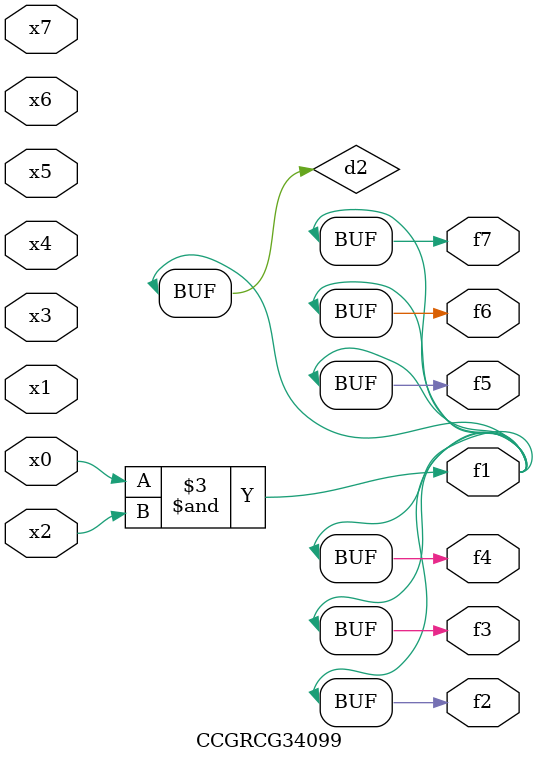
<source format=v>
module CCGRCG34099(
	input x0, x1, x2, x3, x4, x5, x6, x7,
	output f1, f2, f3, f4, f5, f6, f7
);

	wire d1, d2;

	nor (d1, x3, x6);
	and (d2, x0, x2);
	assign f1 = d2;
	assign f2 = d2;
	assign f3 = d2;
	assign f4 = d2;
	assign f5 = d2;
	assign f6 = d2;
	assign f7 = d2;
endmodule

</source>
